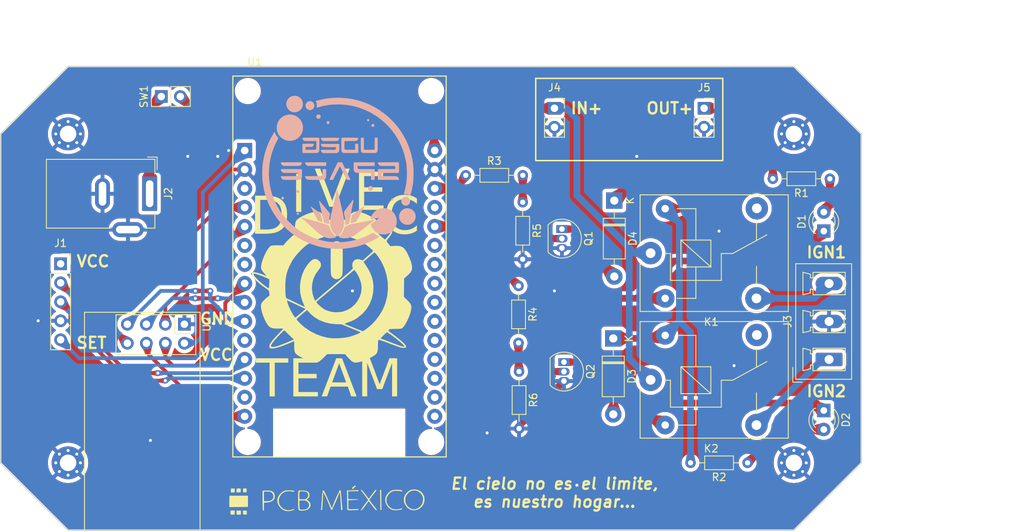
<source format=kicad_pcb>
(kicad_pcb (version 20221018) (generator pcbnew)
  (layers (0 "F.Cu" signal) (31 "B.Cu" signal) (34 "B.Paste" user) (35 "F.Paste" user) (36 "B.SilkS" user "B.Silkscreen") (37 "F.SilkS" user "F.Silkscreen") (38 "B.Mask" user) (39 "F.Mask" user) (44 "Edge.Cuts" user))
  (net 0 "")
  (net 3 "3.3")
  (net 7 "CSN")
  (net 8 "SCK")
  (net 9 "MISO")
  (net 12 "MOSI")
  (net 25 "GND")
  (net 26 "CE")
  (net 27 "IRQ")
  (net 28 "RX")
  (net 29 "TX")
  (net 30 "VCC")
  (net 31 "P1")
  (net 32 "P2")
  (net 33 "Net-(D1-K)")
  (net 34 "Net-(D1-A)")
  (net 35 "Net-(D2-K)")
  (net 36 "Net-(D2-A)")
  (net 37 "VIN")
  (net 38 "Net-(J2-Pad1)")
  (net 39 "Net-(Q1-B)")
  (net 40 "Net-(Q2-B)")
  (net 41 "IGN1")
  (net 42 "IGN2")
  (footprint "Connector_BarrelJack:BarrelJack_GCT_DCJ200-10-A_Horizontal" (layer "F.Cu") (at 114.9 57 -90)
    (fp_text reference "J2" (at 0 -2.5 90) (layer "F.SilkS"))
    (fp_text value "Jack-DC")
    (pad "1" thru_hole rect (at 0 0 270) (size 4.6 2) (drill oval 3.6 1) (layers "*.Cu" "*.Mask") (net 38 "Net-(J2-Pad1)"))
    (pad "2" thru_hole oval (at 0 6.3 270) (size 4.2 2) (drill oval 3.2 1) (layers "*.Cu" "*.Mask") (net 25 "GND"))
    (pad "3" thru_hole oval (at 4.8 2.9 270) (size 2 4.2) (drill oval 1 3.2) (layers "*.Cu" "*.Mask") (net 25 "GND"))
  )
  (footprint "Package_TO_SOT_THT:TO-92_Inline" (layer "F.Cu") (at 170.271113 79.521744 -90)
    (fp_text reference "Q2" (at 1.27 -3.56 90) (layer "F.SilkS"))
    (fp_text value "BC337")
    (pad "1" thru_hole rect (at 0 0 270) (size 1.05 1.5) (drill 0.75) (layers "*.Cu" "*.Mask") (net 35 "Net-(D2-K)"))
    (pad "2" thru_hole oval (at 1.27 0 270) (size 1.05 1.5) (drill 0.75) (layers "*.Cu" "*.Mask") (net 40 "Net-(Q2-B)"))
    (pad "3" thru_hole oval (at 2.54 0 270) (size 1.05 1.5) (drill 0.75) (layers "*.Cu" "*.Mask") (net 25 "GND"))
  )
  (footprint "MountingHole:MountingHole_2.2mm_M2_Pad_Via" (layer "F.Cu") (at 201 49)
    (fp_text reference "GNDSCREW2" hide)
    (fp_text value "Conn_01x01_Male")
    (pad "1" thru_hole circle (at -1.65 0) (size 0.7 0.7) (drill 0.4) (layers "*.Cu" "*.Mask") (net 25 "GND"))
    (pad "1" thru_hole circle (at -1.166726 -1.166726) (size 0.7 0.7) (drill 0.4) (layers "*.Cu" "*.Mask") (net 25 "GND"))
    (pad "1" thru_hole circle (at -1.166726 1.166726) (size 0.7 0.7) (drill 0.4) (layers "*.Cu" "*.Mask") (net 25 "GND"))
    (pad "1" thru_hole circle (at 0 -1.65) (size 0.7 0.7) (drill 0.4) (layers "*.Cu" "*.Mask") (net 25 "GND"))
    (pad "1" thru_hole circle (at 0 0) (size 4.4 4.4) (drill 2.2) (layers "*.Cu" "*.Mask") (net 25 "GND"))
    (pad "1" thru_hole circle (at 0 1.65) (size 0.7 0.7) (drill 0.4) (layers "*.Cu" "*.Mask") (net 25 "GND"))
    (pad "1" thru_hole circle (at 1.166726 -1.166726) (size 0.7 0.7) (drill 0.4) (layers "*.Cu" "*.Mask") (net 25 "GND"))
    (pad "1" thru_hole circle (at 1.166726 1.166726) (size 0.7 0.7) (drill 0.4) (layers "*.Cu" "*.Mask") (net 25 "GND"))
    (pad "1" thru_hole circle (at 1.65 0) (size 0.7 0.7) (drill 0.4) (layers "*.Cu" "*.Mask") (net 25 "GND"))
  )
  (footprint "Resistor_THT:R_Axial_DIN0204_L3.6mm_D1.6mm_P7.62mm_Horizontal" (layer "F.Cu") (at 164.271113 80.791744 -90)
    (fp_text reference "R6" (at 3.81 -1.92 90) (layer "F.SilkS"))
    (fp_text value "47k")
    (pad "1" thru_hole circle (at 0 0 270) (size 1.4 1.4) (drill 0.7) (layers "*.Cu" "*.Mask") (net 40 "Net-(Q2-B)"))
    (pad "2" thru_hole oval (at 7.62 0 270) (size 1.4 1.4) (drill 0.7) (layers "*.Cu" "*.Mask") (net 25 "GND"))
  )
  (footprint "RF_Module:nRF24L01_Breakout" (layer "F.Cu") (at 119.54 74.46 -90)
    (fp_text reference "U2" (at 0 -3 90) (layer "F.SilkS"))
    (fp_text value "NRF24L01_Breakout")
    (pad "1" thru_hole rect (at 0 0 270) (size 1.7 1.7) (drill 1) (layers "*.Cu" "*.Mask") (net 25 "GND"))
    (pad "2" thru_hole circle (at 2.54 0 270) (size 1.7 1.7) (drill 1) (layers "*.Cu" "*.Mask") (net 3 "3.3"))
    (pad "3" thru_hole circle (at 0 2.54 270) (size 1.7 1.7) (drill 1) (layers "*.Cu" "*.Mask") (net 26 "CE"))
    (pad "4" thru_hole circle (at 2.54 2.54 270) (size 1.7 1.7) (drill 1) (layers "*.Cu" "*.Mask") (net 7 "CSN"))
    (pad "5" thru_hole circle (at 0 5.08 270) (size 1.7 1.7) (drill 1) (layers "*.Cu" "*.Mask") (net 8 "SCK"))
    (pad "6" thru_hole circle (at 2.54 5.08 270) (size 1.7 1.7) (drill 1) (layers "*.Cu" "*.Mask") (net 12 "MOSI"))
    (pad "7" thru_hole circle (at 0 7.62 270) (size 1.7 1.7) (drill 1) (layers "*.Cu" "*.Mask") (net 9 "MISO"))
    (pad "8" thru_hole circle (at 2.54 7.62 270) (size 1.7 1.7) (drill 1) (layers "*.Cu" "*.Mask") (net 27 "IRQ"))
  )
  (footprint "LED_THT:LED_D3.0mm" (layer "F.Cu") (at 205 86 -90)
    (fp_text reference "D2" (at 1.27 -2.96 90) (layer "F.SilkS"))
    (fp_text value "LED")
    (pad "1" thru_hole rect (at 0 0 270) (size 1.8 1.8) (drill 0.9) (layers "*.Cu" "*.Mask") (net 35 "Net-(D2-K)"))
    (pad "2" thru_hole circle (at 2.54 0 270) (size 1.8 1.8) (drill 0.9) (layers "*.Cu" "*.Mask") (net 36 "Net-(D2-A)"))
  )
  (footprint "Resistor_THT:R_Axial_DIN0204_L3.6mm_D1.6mm_P7.62mm_Horizontal" (layer "F.Cu") (at 164.757984 58.141944 -90)
    (fp_text reference "R5" (at 3.81 -1.92 90) (layer "F.SilkS"))
    (fp_text value "47k")
    (pad "1" thru_hole circle (at 0 0 270) (size 1.4 1.4) (drill 0.7) (layers "*.Cu" "*.Mask") (net 39 "Net-(Q1-B)"))
    (pad "2" thru_hole oval (at 7.62 0 270) (size 1.4 1.4) (drill 0.7) (layers "*.Cu" "*.Mask") (net 25 "GND"))
  )
  (footprint "Diode_THT:D_DO-41_SOD81_P10.16mm_Horizontal" (layer "F.Cu") (at 176.863023 76.357189 -90)
    (fp_text reference "D3" (at 5.08 -2.47 90) (layer "F.SilkS"))
    (fp_text value "1N4007")
    (fp_text user "K" (at 0 -2.1 90) (layer "F.SilkS"))
    (pad "1" thru_hole rect (at 0 0 270) (size 2.2 2.2) (drill 1.1) (layers "*.Cu" "*.Mask") (net 37 "VIN"))
    (pad "2" thru_hole oval (at 10.16 0 270) (size 2.2 2.2) (drill 1.1) (layers "*.Cu" "*.Mask") (net 35 "Net-(D2-K)"))
  )
  (footprint "Relay_THT:Relay_SPDT_SANYOU_SRD_Series_Form_C" (layer "F.Cu") (at 181.85 81.9)
    (fp_text reference "K2" (at 8.1 9.2) (layer "F.SilkS"))
    (fp_text value "SANYOU_SRD_Form_C")
    (pad "1" thru_hole circle (at 0 0 90) (size 3 3) (drill 1.3) (layers "*.Cu" "*.Mask") (net 30 "VCC"))
    (pad "2" thru_hole circle (at 1.95 6.05 90) (size 2.5 2.5) (drill 1) (layers "*.Cu" "*.Mask") (net 35 "Net-(D2-K)"))
    (pad "3" thru_hole circle (at 14.15 6.05 90) (size 3 3) (drill 1.3) (layers "*.Cu" "*.Mask") (net 31 "P1"))
    (pad "4" thru_hole circle (at 14.2 -6 90) (size 3 3) (drill 1.3) (layers "*.Cu" "*.Mask"))
    (pad "5" thru_hole circle (at 1.95 -5.95 90) (size 2.5 2.5) (drill 1) (layers "*.Cu" "*.Mask") (net 37 "VIN"))
  )
  (footprint "Diode_THT:D_DO-41_SOD81_P10.16mm_Horizontal" (layer "F.Cu") (at 177 57.92 -90)
    (fp_text reference "D4" (at 5.08 -2.47 90) (layer "F.SilkS"))
    (fp_text value "1N4007")
    (fp_text user "K" (at 0 -2.1 90) (layer "F.SilkS"))
    (pad "1" thru_hole rect (at 0 0 270) (size 2.2 2.2) (drill 1.1) (layers "*.Cu" "*.Mask") (net 37 "VIN"))
    (pad "2" thru_hole oval (at 10.16 0 270) (size 2.2 2.2) (drill 1.1) (layers "*.Cu" "*.Mask") (net 33 "Net-(D1-K)"))
  )
  (footprint "Connector_PinSocket_2.54mm:PinSocket_1x02_P2.54mm_Vertical" (layer "F.Cu") (at 189 45.569906)
    (fp_text reference "J5" (at 0 -2.77) (layer "F.SilkS"))
    (fp_text value "Conn_01x02_Socket")
    (pad "1" thru_hole rect (at 0 0) (size 1.7 1.7) (drill 1) (layers "*.Cu" "*.Mask") (net 37 "VIN"))
    (pad "2" thru_hole oval (at 0 2.54) (size 1.7 1.7) (drill 1) (layers "*.Cu" "*.Mask") (net 25 "GND"))
  )
  (footprint "Package_TO_SOT_THT:TO-92_Inline" (layer "F.Cu") (at 170 61.73 -90)
    (fp_text reference "Q1" (at 1.27 -3.56 90) (layer "F.SilkS"))
    (fp_text value "BC337")
    (pad "1" thru_hole rect (at 0 0 270) (size 1.05 1.5) (drill 0.75) (layers "*.Cu" "*.Mask") (net 33 "Net-(D1-K)"))
    (pad "2" thru_hole oval (at 1.27 0 270) (size 1.05 1.5) (drill 0.75) (layers "*.Cu" "*.Mask") (net 39 "Net-(Q1-B)"))
    (pad "3" thru_hole oval (at 2.54 0 270) (size 1.05 1.5) (drill 0.75) (layers "*.Cu" "*.Mask") (net 25 "GND"))
  )
  (footprint "space:ESP32_DEVKIT_V1" (layer "F.Cu") (at 140.3 66.735)
    (fp_text reference "U1" (at -11.355 -27.36) (layer "F.SilkS"))
    (fp_text value "ESP32-DEVKIT-V1")
    (pad "" np_thru_hole circle (at -12.28 -23.475) (size 3 3) (drill 3) (layers "*.Cu" "*.Mask"))
    (pad "" np_thru_hole circle (at -12.28 23.475) (size 3 3) (drill 3) (layers "*.Cu" "*.Mask"))
    (pad "" np_thru_hole circle (at 12.23 -23.475) (size 3 3) (drill 3) (layers "*.Cu" "*.Mask"))
    (pad "" np_thru_hole circle (at 12.23 23.475) (size 3 3) (drill 3) (layers "*.Cu" "*.Mask"))
    (pad "1" thru_hole rect (at -12.7 -15.515) (size 2 2) (drill 1.02) (layers "*.Cu" "*.Mask") (net 3 "3.3"))
    (pad "2" thru_hole circle (at -12.7 -12.975) (size 2 2) (drill 1.02) (layers "*.Cu" "*.Mask") (net 25 "GND"))
    (pad "3" thru_hole circle (at -12.7 -10.435) (size 2 2) (drill 1.02) (layers "*.Cu" "*.Mask"))
    (pad "4" thru_hole circle (at -12.7 -7.895) (size 2 2) (drill 1.02) (layers "*.Cu" "*.Mask") (net 27 "IRQ"))
    (pad "5" thru_hole circle (at -12.7 -5.355) (size 2 2) (drill 1.02) (layers "*.Cu" "*.Mask") (net 26 "CE"))
    (pad "6" thru_hole circle (at -12.7 -2.815) (size 2 2) (drill 1.02) (layers "*.Cu" "*.Mask"))
    (pad "7" thru_hole circle (at -12.7 -0.275) (size 2 2) (drill 1.02) (layers "*.Cu" "*.Mask"))
    (pad "8" thru_hole circle (at -12.7 2.265) (size 2 2) (drill 1.02) (layers "*.Cu" "*.Mask") (net 7 "CSN"))
    (pad "9" thru_hole circle (at -12.7 4.805) (size 2 2) (drill 1.02) (layers "*.Cu" "*.Mask") (net 8 "SCK"))
    (pad "10" thru_hole circle (at -12.7 7.345) (size 2 2) (drill 1.02) (layers "*.Cu" "*.Mask") (net 9 "MISO"))
    (pad "11" thru_hole circle (at -12.7 9.885) (size 2 2) (drill 1.02) (layers "*.Cu" "*.Mask"))
    (pad "12" thru_hole circle (at -12.7 12.425) (size 2 2) (drill 1.02) (layers "*.Cu" "*.Mask") (net 28 "RX"))
    (pad "13" thru_hole circle (at -12.7 14.965) (size 2 2) (drill 1.02) (layers "*.Cu" "*.Mask") (net 29 "TX"))
    (pad "14" thru_hole circle (at -12.7 17.505) (size 2 2) (drill 1.02) (layers "*.Cu" "*.Mask"))
    (pad "15" thru_hole circle (at -12.7 20.045) (size 2 2) (drill 1.02) (layers "*.Cu" "*.Mask") (net 12 "MOSI"))
    (pad "16" thru_hole circle (at 12.7 20.045) (size 2 2) (drill 1.02) (layers "*.Cu" "*.Mask"))
    (pad "17" thru_hole circle (at 12.7 17.505) (size 2 2) (drill 1.02) (layers "*.Cu" "*.Mask"))
    (pad "18" thru_hole circle (at 12.7 14.965) (size 2 2) (drill 1.02) (layers "*.Cu" "*.Mask"))
    (pad "19" thru_hole circle (at 12.7 12.425) (size 2 2) (drill 1.02) (layers "*.Cu" "*.Mask"))
    (pad "20" thru_hole circle (at 12.7 9.885) (size 2 2) (drill 1.02) (layers "*.Cu" "*.Mask"))
    (pad "21" thru_hole circle (at 12.7 7.345) (size 2 2) (drill 1.02) (layers "*.Cu" "*.Mask"))
    (pad "22" thru_hole circle (at 12.7 4.805) (size 2 2) (drill 1.02) (layers "*.Cu" "*.Mask"))
    (pad "23" thru_hole circle (at 12.7 2.265) (size 2 2) (drill 1.02) (layers "*.Cu" "*.Mask"))
    (pad "24" thru_hole circle (at 12.7 -0.275) (size 2 2) (drill 1.02) (layers "*.Cu" "*.Mask"))
    (pad "25" thru_hole circle (at 12.7 -2.815) (size 2 2) (drill 1.02) (layers "*.Cu" "*.Mask"))
    (pad "26" thru_hole circle (at 12.7 -5.355) (size 2 2) (drill 1.02) (layers "*.Cu" "*.Mask") (net 42 "IGN2"))
    (pad "27" thru_hole circle (at 12.7 -7.895) (size 2 2) (drill 1.02) (layers "*.Cu" "*.Mask"))
    (pad "28" thru_hole circle (at 12.7 -10.435) (size 2 2) (drill 1.02) (layers "*.Cu" "*.Mask") (net 41 "IGN1"))
    (pad "29" thru_hole circle (at 12.7 -12.975) (size 2 2) (drill 1.02) (layers "*.Cu" "*.Mask") (net 25 "GND"))
    (pad "30" thru_hole circle (at 12.7 -15.515) (size 2 2) (drill 1.02) (layers "*.Cu" "*.Mask") (net 30 "VCC"))
    (zone (net 0) (net_name "") (layer "F.Cu") (connect_pads (clearance 0)) (min_thickness 0.01)
      (keepout (tracks not_allowed) (vias not_allowed) (pads not_allowed) (copperpour not_allowed) (footprints allowed))
      (fill (thermal_gap 0.508) (thermal_bridge_width 0.508))
      (polygon (pts (xy 131.39 85.72) (xy 149.08 85.72) (xy 149.08 92.21) (xy 131.39 92.21)))
    )
    (zone (net 0) (net_name "") (layer "B.Cu") (connect_pads (clearance 0)) (min_thickness 0.01)
      (keepout (tracks not_allowed) (vias not_allowed) (pads not_allowed) (copperpour not_allowed) (footprints allowed))
      (fill (thermal_gap 0.508) (thermal_bridge_width 0.508))
      (polygon (pts (xy 131.39 85.72) (xy 149.08 85.72) (xy 149.08 92.21) (xy 131.39 92.21)))
    )
  )
  (footprint "Connector_PinHeader_2.54mm:PinHeader_1x02_P2.54mm_Vertical" (layer "F.Cu") (at 116.46 44 90)
    (fp_text reference "SW1" (at 0 -2.33 90) (layer "F.SilkS"))
    (fp_text value "SW_DIP_x01")
    (pad "1" thru_hole rect (at 0 0 90) (size 1.7 1.7) (drill 1) (layers "*.Cu" "*.Mask") (net 38 "Net-(J2-Pad1)"))
    (pad "2" thru_hole oval (at 0 2.54 90) (size 1.7 1.7) (drill 1) (layers "*.Cu" "*.Mask") (net 30 "VCC"))
  )
  (footprint "Connector_PinSocket_2.54mm:PinSocket_1x02_P2.54mm_Vertical" (layer "F.Cu") (at 169 45.569906)
    (fp_text reference "J4" (at 0 -2.77) (layer "F.SilkS"))
    (fp_text value "Conn_01x02_Socket")
    (pad "1" thru_hole rect (at 0 0) (size 1.7 1.7) (drill 1) (layers "*.Cu" "*.Mask") (net 30 "VCC"))
    (pad "2" thru_hole oval (at 0 2.54) (size 1.7 1.7) (drill 1) (layers "*.Cu" "*.Mask") (net 25 "GND"))
  )
  (footprint "logos:DIVEC_LOGO" (layer "F.Cu") (at 139.454756 70.239531)
    (fp_text reference "G1" hide)
    (fp_text value "LOGO" hide)
    (fp_text user "V" (at -0.146933 -10.64293 unlocked) (layer "F.SilkS") (effects (font (size 5 5) (thickness 0.1)) (justify bottom)))
    (fp_text user "E" (at 4.946006 -10.232572 unlocked) (layer "F.SilkS") (effects (font (size 5 5) (thickness 0.1)) (justify bottom)))
    (fp_text user "I" (at -4.632304 -9.95277 unlocked) (layer "F.SilkS") (effects (font (size 5 5) (thickness 0.1)) (justify bottom)))
    (fp_text user "C" (at 9.10109 -7.045699 unlocked) (layer "F.SilkS") (effects (font (size 5 5) (thickness 0.1)) (justify bottom)))
    (fp_text user "TEAM" (at -0.555218 14.723428 unlocked) (layer "F.SilkS") (effects (font (size 5 5) (thickness 0.1)) (justify bottom)))
    (fp_text user "D" (at -8.459471 -7.032265 unlocked) (layer "F.SilkS") (effects (font (size 5 5) (thickness 0.1)) (justify bottom)))
  )
  (footprint "LED_THT:LED_D3.0mm" (layer "F.Cu") (at 205 62 90)
    (fp_text reference "D1" (at 1.27 -2.96 90) (layer "F.SilkS"))
    (fp_text value "LED")
    (pad "1" thru_hole rect (at 0 0 90) (size 1.8 1.8) (drill 0.9) (layers "*.Cu" "*.Mask") (net 33 "Net-(D1-K)"))
    (pad "2" thru_hole circle (at 2.54 0 90) (size 1.8 1.8) (drill 0.9) (layers "*.Cu" "*.Mask") (net 34 "Net-(D1-A)"))
  )
  (footprint "space:pcb-mexico" (layer "F.Cu") (at 138.43 97.79)
    (fp_text reference "G***" hide)
    (fp_text value "LOGO" hide)
  )
  (footprint "MountingHole:MountingHole_2.2mm_M2_Pad_Via" (layer "F.Cu") (at 104 49)
    (fp_text reference "GNDSCREW1" hide)
    (fp_text value "Conn_01x01_Male")
    (pad "1" thru_hole circle (at -1.65 0) (size 0.7 0.7) (drill 0.4) (layers "*.Cu" "*.Mask") (net 25 "GND"))
    (pad "1" thru_hole circle (at -1.166726 -1.166726) (size 0.7 0.7) (drill 0.4) (layers "*.Cu" "*.Mask") (net 25 "GND"))
    (pad "1" thru_hole circle (at -1.166726 1.166726) (size 0.7 0.7) (drill 0.4) (layers "*.Cu" "*.Mask") (net 25 "GND"))
    (pad "1" thru_hole circle (at 0 -1.65) (size 0.7 0.7) (drill 0.4) (layers "*.Cu" "*.Mask") (net 25 "GND"))
    (pad "1" thru_hole circle (at 0 0) (size 4.4 4.4) (drill 2.2) (layers "*.Cu" "*.Mask") (net 25 "GND"))
    (pad "1" thru_hole circle (at 0 1.65) (size 0.7 0.7) (drill 0.4) (layers "*.Cu" "*.Mask") (net 25 "GND"))
    (pad "1" thru_hole circle (at 1.166726 -1.166726) (size 0.7 0.7) (drill 0.4) (layers "*.Cu" "*.Mask") (net 25 "GND"))
    (pad "1" thru_hole circle (at 1.166726 1.166726) (size 0.7 0.7) (drill 0.4) (layers "*.Cu" "*.Mask") (net 25 "GND"))
    (pad "1" thru_hole circle (at 1.65 0) (size 0.7 0.7) (drill 0.4) (layers "*.Cu" "*.Mask") (net 25 "GND"))
  )
  (footprint "Resistor_THT:R_Axial_DIN0204_L3.6mm_D1.6mm_P7.62mm_Horizontal" (layer "F.Cu") (at 194.81 93 180)
    (fp_text reference "R2" (at 3.81 -1.92) (layer "F.SilkS"))
    (fp_text value "1.8k")
    (pad "1" thru_hole circle (at 0 0 180) (size 1.4 1.4) (drill 0.7) (layers "*.Cu" "*.Mask") (net 36 "Net-(D2-A)"))
    (pad "2" thru_hole oval (at 7.62 0 180) (size 1.4 1.4) (drill 0.7) (layers "*.Cu" "*.Mask") (net 37 "VIN"))
  )
  (footprint "Connector_Phoenix_MC_HighVoltage:PhoenixContact_MCV_1,5_3-G-5.08_1x03_P5.08mm_Vertical" (layer "F.Cu") (at 205.708434 79.17508 90)
    (fp_text reference "J3" (at 5.08 -5.55 90) (layer "F.SilkS"))
    (fp_text value "Conn_01x03_Socket")
    (pad "1" thru_hole roundrect (at 0 0 90) (size 1.8 3.6) (drill 1.2) (layers "*.Cu" "*.Mask") (roundrect_rratio 0.1388888889) (net 31 "P1"))
    (pad "2" thru_hole oval (at 5.08 0 90) (size 1.8 3.6) (drill 1.2) (layers "*.Cu" "*.Mask") (net 25 "GND"))
    (pad "3" thru_hole oval (at 10.16 0 90) (size 1.8 3.6) (drill 1.2) (layers "*.Cu" "*.Mask") (net 32 "P2"))
  )
  (footprint "Relay_THT:Relay_SPDT_SANYOU_SRD_Series_Form_C" (layer "F.Cu") (at 181.85 64.95)
    (fp_text reference "K1" (at 8.1 9.2) (layer "F.SilkS"))
    (fp_text value "SANYOU_SRD_Form_C")
    (pad "1" thru_hole circle (at 0 0 90) (size 3 3) (drill 1.3) (layers "*.Cu" "*.Mask") (net 30 "VCC"))
    (pad "2" thru_hole circle (at 1.95 6.05 90) (size 2.5 2.5) (drill 1) (layers "*.Cu" "*.Mask") (net 33 "Net-(D1-K)"))
    (pad "3" thru_hole circle (at 14.15 6.05 90) (size 3 3) (drill 1.3) (layers "*.Cu" "*.Mask") (net 32 "P2"))
    (pad "4" thru_hole circle (at 14.2 -6 90) (size 3 3) (drill 1.3) (layers "*.Cu" "*.Mask"))
    (pad "5" thru_hole circle (at 1.95 -5.95 90) (size 2.5 2.5) (drill 1) (layers "*.Cu" "*.Mask") (net 37 "VIN"))
  )
  (footprint "Resistor_THT:R_Axial_DIN0204_L3.6mm_D1.6mm_P7.62mm_Horizontal" (layer "F.Cu") (at 164.202033 69.332111 -90)
    (fp_text reference "R4" (at 3.81 -1.92 90) (layer "F.SilkS"))
    (fp_text value "3.3k")
    (pad "1" thru_hole circle (at 0 0 270) (size 1.4 1.4) (drill 0.7) (layers "*.Cu" "*.Mask") (net 42 "IGN2"))
    (pad "2" thru_hole oval (at 7.62 0 270) (size 1.4 1.4) (drill 0.7) (layers "*.Cu" "*.Mask") (net 40 "Net-(Q2-B)"))
  )
  (footprint "Resistor_THT:R_Axial_DIN0204_L3.6mm_D1.6mm_P7.62mm_Horizontal" (layer "F.Cu") (at 157.150965 54.535337)
    (fp_text reference "R3" (at 3.81 -1.92) (layer "F.SilkS"))
    (fp_text value "3.3k")
    (pad "1" thru_hole circle (at 0 0) (size 1.4 1.4) (drill 0.7) (layers "*.Cu" "*.Mask") (net 41 "IGN1"))
    (pad "2" thru_hole oval (at 7.62 0) (size 1.4 1.4) (drill 0.7) (layers "*.Cu" "*.Mask") (net 39 "Net-(Q1-B)"))
  )
  (footprint "Connector_PinSocket_2.54mm:PinSocket_1x05_P2.54mm_Vertical" (layer "F.Cu") (at 103 66.38)
    (fp_text reference "J1" (at 0 -2.77) (layer "F.SilkS"))
    (fp_text value "Conn_01x05_Socket")
    (pad "1" thru_hole rect (at 0 0) (size 1.7 1.7) (drill 1) (layers "*.Cu" "*.Mask"))
    (pad "2" thru_hole oval (at 0 2.54) (size 1.7 1.7) (drill 1) (layers "*.Cu" "*.Mask") (net 28 "RX"))
    (pad "3" thru_hole oval (at 0 5.08) (size 1.7 1.7) (drill 1) (layers "*.Cu" "*.Mask") (net 29 "TX"))
    (pad "4" thru_hole oval (at 0 7.62) (size 1.7 1.7) (drill 1) (layers "*.Cu" "*.Mask") (net 25 "GND"))
    (pad "5" thru_hole oval (at 0 10.16) (size 1.7 1.7) (drill 1) (layers "*.Cu" "*.Mask") (net 3 "3.3"))
  )
  (footprint "MountingHole:MountingHole_2.2mm_M2_Pad_Via" (layer "F.Cu") (at 104 93)
    (fp_text reference "GNDSCREW3" hide)
    (fp_text value "Conn_01x01_Male")
    (pad "1" thru_hole circle (at -1.65 0) (size 0.7 0.7) (drill 0.4) (layers "*.Cu" "*.Mask") (net 25 "GND"))
    (pad "1" thru_hole circle (at -1.166726 -1.166726) (size 0.7 0.7) (drill 0.4) (layers "*.Cu" "*.Mask") (net 25 "GND"))
    (pad "1" thru_hole circle (at -1.166726 1.166726) (size 0.7 0.7) (drill 0.4) (layers "*.Cu" "*.Mask") (net 25 "GND"))
    (pad "1" thru_hole circle (at 0 -1.65) (size 0.7 0.7) (drill 0.4) (layers "*.Cu" "*.Mask") (net 25 "GND"))
    (pad "1" thru_hole circle (at 0 0) (size 4.4 4.4) (drill 2.2) (layers "*.Cu" "*.Mask") (net 25 "GND"))
    (pad "1" thru_hole circle (at 0 1.65) (size 0.7 0.7) (drill 0.4) (layers "*.Cu" "*.Mask") (net 25 "GND"))
    (pad "1" thru_hole circle (at 1.166726 -1.166726) (size 0.7 0.7) (drill 0.4) (layers "*.Cu" "*.Mask") (net 25 "GND"))
    (pad "1" thru_hole circle (at 1.166726 1.166726) (size 0.7 0.7) (drill 0.4) (layers "*.Cu" "*.Mask") (net 25 "GND"))
    (pad "1" thru_hole circle (at 1.65 0) (size 0.7 0.7) (drill 0.4) (layers "*.Cu" "*.Mask") (net 25 "GND"))
  )
  (footprint "MountingHole:MountingHole_2.2mm_M2_Pad_Via" (layer "F.Cu") (at 201 93)
    (fp_text reference "GNDSCREW4" hide)
    (fp_text value "Conn_01x01_Male")
    (pad "1" thru_hole circle (at -1.65 0) (size 0.7 0.7) (drill 0.4) (layers "*.Cu" "*.Mask") (net 25 "GND"))
    (pad "1" thru_hole circle (at -1.166726 -1.166726) (size 0.7 0.7) (drill 0.4) (layers "*.Cu" "*.Mask") (net 25 "GND"))
    (pad "1" thru_hole circle (at -1.166726 1.166726) (size 0.7 0.7) (drill 0.4) (layers "*.Cu" "*.Mask") (net 25 "GND"))
    (pad "1" thru_hole circle (at 0 -1.65) (size 0.7 0.7) (drill 0.4) (layers "*.Cu" "*.Mask") (net 25 "GND"))
    (pad "1" thru_hole circle (at 0 0) (size 4.4 4.4) (drill 2.2) (layers "*.Cu" "*.Mask") (net 25 "GND"))
    (pad "1" thru_hole circle (at 0 1.65) (size 0.7 0.7) (drill 0.4) (layers "*.Cu" "*.Mask") (net 25 "GND"))
    (pad "1" thru_hole circle (at 1.166726 -1.166726) (size 0.7 0.7) (drill 0.4) (layers "*.Cu" "*.Mask") (net 25 "GND"))
    (pad "1" thru_hole circle (at 1.166726 1.166726) (size 0.7 0.7) (drill 0.4) (layers "*.Cu" "*.Mask") (net 25 "GND"))
    (pad "1" thru_hole circle (at 1.65 0) (size 0.7 0.7) (drill 0.4) (layers "*.Cu" "*.Mask") (net 25 "GND"))
  )
  (footprint "Resistor_THT:R_Axial_DIN0204_L3.6mm_D1.6mm_P7.62mm_Horizontal" (layer "F.Cu") (at 205.81 55 180)
    (fp_text reference "R1" (at 3.81 -1.92) (layer "F.SilkS"))
    (fp_text value "1.8k")
    (pad "1" thru_hole circle (at 0 0 180) (size 1.4 1.4) (drill 0.7) (layers "*.Cu" "*.Mask") (net 34 "Net-(D1-A)"))
    (pad "2" thru_hole oval (at 7.62 0 180) (size 1.4 1.4) (drill 0.7) (layers "*.Cu" "*.Mask") (net 37 "VIN"))
  )
  (footprint "logos:SPACE" (layer "B.Cu") (at 140 54 180)
    (fp_text reference "G2" hide)
    (fp_text value "LOGO" hide)
  )
  (gr_rect (start 166.5 41.569906) (end 191.5 52.569906) (stroke (width 0.2)) (fill none) (layer "F.SilkS"))
  (gr_poly (pts (xy 95 49) (xy 104 40) (xy 201 40) (xy 210 49) (xy 210 93) (xy 201 102) (xy 104 102) (xy 95 93)) (stroke (width 0.2)) (fill none) (layer "Edge.Cuts"))
  (gr_text "IGN1" (at 202.539388 65.726758) (layer "F.SilkS") (effects (font (size 1.5 1.5) (thickness 0.3) bold) (justify left bottom)))
  (gr_text "SET" (at 104.970901 77.827024) (layer "F.SilkS") (effects (font (size 1.5 1.5) (thickness 0.3) bold) (justify left bottom)))
  (gr_text "IGN2" (at 202.539388 84.30376) (layer "F.SilkS") (effects (font (size 1.5 1.5) (thickness 0.3) bold) (justify left bottom)))
  (gr_text "IN+" (at 171.02271 46.438609) (layer "F.SilkS") (effects (font (size 1.5 1.5) (thickness 0.3) bold) (justify left bottom)))
  (gr_text "OUT+" (at 181.139104 46.457772) (layer "F.SilkS") (effects (font (size 1.5 1.5) (thickness 0.3) bold) (justify left bottom)))
  (gr_text "VCC" (at 105 66.92) (layer "F.SilkS") (effects (font (size 1.5 1.5) (thickness 0.3) bold) (justify left bottom)))
  (gr_text "El cielo no es el limite,\nes nuestro hogar..." (at 169 97) (layer "F.SilkS") (effects (font (size 1.5 1.5) (thickness 0.3) italic)))
  (gr_text "GND\n\nVCC" (at 121.471255 79.425833) (layer "F.SilkS") (effects (font (size 1.5 1.5) (thickness 0.3) bold) (justify left bottom)))
  (segment (start 122 56.82) (end 122 76) (width 0.5) (layer "B.Cu") (net 3))
  (segment (start 122 76) (end 121 77) (width 0.5) (layer "B.Cu") (net 3))
  (segment (start 127.6 51.22) (end 122 56.82) (width 0.5) (layer "B.Cu") (net 3))
  (segment (start 103 76.54) (end 105.46 79) (width 0.5) (layer "B.Cu") (net 3))
  (segment (start 121 79) (end 122 78) (width 0.5) (layer "B.Cu") (net 3))
  (segment (start 122 78) (end 122 76) (width 0.5) (layer "B.Cu") (net 3))
  (segment (start 105.46 79) (end 121 79) (width 0.5) (layer "B.Cu") (net 3))
  (segment (start 121 77) (end 119.54 77) (width 0.5) (layer "B.Cu") (net 3))
  (segment (start 125 71.6) (end 127.6 69) (width 0.5) (layer "F.Cu") (net 7))
  (segment (start 117 77) (end 117 79) (width 0.5) (layer "F.Cu") (net 7))
  (segment (start 117 79) (end 118 80) (width 0.5) (layer "F.Cu") (net 7))
  (segment (start 125 76) (end 125 71.6) (width 0.5) (layer "F.Cu") (net 7))
  (segment (start 121 80) (end 125 76) (width 0.5) (layer "F.Cu") (net 7))
  (segment (start 118 80) (end 121 80) (width 0.5) (layer "F.Cu") (net 7))
  (segment (start 121 71) (end 124 71) (width 0.5) (layer "F.Cu") (net 8))
  (via (at 121 71) (size 0.8) (drill 0.4) (layers "F.Cu" "B.Cu") (net 8))
  (via (at 124 71) (size 0.8) (drill 0.4) (layers "F.Cu" "B.Cu") (net 8))
  (segment (start 124 71) (end 127.06 71) (width 0.5) (layer "B.Cu") (net 8))
  (segment (start 114.46 74.46) (end 117.92 71) (width 0.5) (layer "B.Cu") (net 8))
  (segment (start 117.92 71) (end 121 71) (width 0.5) (layer "B.Cu") (net 8))
  (segment (start 127.06 71) (end 127.6 71.54) (width 0.5) (layer "B.Cu") (net 8))
  (segment (start 121 70) (end 123 70) (width 0.5) (layer "F.Cu") (net 9))
  (via (at 123 70) (size 0.8) (drill 0.4) (layers "F.Cu" "B.Cu") (net 9))
  (via (at 121 70) (size 0.8) (drill 0.4) (layers "F.Cu" "B.Cu") (net 9))
  (segment (start 123 71.202082) (end 125.877918 74.08) (width 0.5) (layer "B.Cu") (net 9))
  (segment (start 116.38 70) (end 121 70) (width 0.5) (layer "B.Cu") (net 9))
  (segment (start 123 70) (end 123 71.202082) (width 0.5) (layer "B.Cu") (net 9))
  (segment (start 111.92 74.46) (end 116.38 70) (width 0.5) (layer "B.Cu") (net 9))
  (segment (start 125.877918 74.08) (end 127.6 74.08) (width 0.5) (layer "B.Cu") (net 9))
  (segment (start 123.037919 86.78) (end 127.6 86.78) (width 0.5) (layer "F.Cu") (net 12))
  (segment (start 114.46 78.202081) (end 123.037919 86.78) (width 0.5) (layer "F.Cu") (net 12))
  (segment (start 114.46 77) (end 114.46 78.202081) (width 0.5) (layer "F.Cu") (net 12))
  (segment (start 125.76 53.76) (end 124 52) (width 0.5) (layer "F.Cu") (net 25))
  (segment (start 103 74) (end 100 74) (width 0.5) (layer "F.Cu") (net 25))
  (segment (start 164.271113 88.061744) (end 170.271113 82.061744) (width 0.9) (layer "F.Cu") (net 25))
  (segment (start 127.6 53.76) (end 125.76 53.76) (width 0.5) (layer "F.Cu") (net 25))
  (segment (start 119.54 74.46) (end 123.328185 74.46) (width 0.5) (layer "F.Cu") (net 25))
  (segment (start 164.271113 88.411744) (end 164.271113 88.061744) (width 0.9) (layer "F.Cu") (net 25))
  (segment (start 123.328185 74.46) (end 123.422442 74.365743) (width 0.5) (layer "F.Cu") (net 25))
  (via (at 123.422442 74.365743) (size 0.8) (drill 0.4) (layers "F.Cu" "B.Cu") (net 25))
  (via (at 193 80) (size 0.8) (drill 0.4) (layers "F.Cu" "B.Cu") (net 25))
  (via (at 142 70) (size 0.8) (drill 0.4) (layers "F.Cu" "B.Cu") (net 25))
  (via (at 180 52) (size 0.8) (drill 0.4) (layers "F.Cu" "B.Cu") (net 25))
  (via (at 160 89) (size 0.8) (drill 0.4) (layers "F.Cu" "B.Cu") (net 25))
  (via (at 120 52) (size 0.8) (drill 0.4) (layers "F.Cu" "B.Cu") (net 25))
  (via (at 169 70) (size 0.8) (drill 0.4) (layers "F.Cu" "B.Cu") (net 25))
  (via (at 115 90) (size 0.8) (drill 0.4) (layers "F.Cu" "B.Cu") (net 25))
  (via (at 124 52) (size 0.8) (drill 0.4) (layers "F.Cu" "B.Cu") (net 25))
  (via (at 100 74) (size 0.8) (drill 0.4) (layers "F.Cu" "B.Cu") (net 25))
  (via (at 191 62) (size 0.8) (drill 0.4) (layers "F.Cu" "B.Cu") (net 25))
  (via (at 172 96) (size 0.8) (drill 0.4) (layers "F.Cu" "B.Cu") (net 25))
  (segment (start 117 71.98) (end 127.6 61.38) (width 0.5) (layer "F.Cu") (net 26))
  (segment (start 117 74.46) (end 117 71.98) (width 0.5) (layer "F.Cu") (net 26))
  (segment (start 110 75.08) (end 110 73) (width 0.5) (layer "F.Cu") (net 27))
  (segment (start 110 73) (end 124.16 58.84) (width 0.5) (layer "F.Cu") (net 27))
  (segment (start 111.92 77) (end 110 75.08) (width 0.5) (layer "F.Cu") (net 27))
  (segment (start 124.16 58.84) (end 127.6 58.84) (width 0.5) (layer "F.Cu") (net 27))
  (segment (start 103 69.06995) (end 109 75.06995) (width 0.5) (layer "F.Cu") (net 28))
  (segment (start 109 78) (end 112 81) (width 0.5) (layer "F.Cu") (net 28))
  (segment (start 109 75.06995) (end 109 78) (width 0.5) (layer "F.Cu") (net 28))
  (segment (start 112 81) (end 116 81) (width 0.5) (layer "F.Cu") (net 28))
  (via (at 116 81) (size 0.8) (drill 0.4) (layers "F.Cu" "B.Cu") (net 28))
  (segment (start 116 81) (end 125.76 81) (width 0.5) (layer "B.Cu") (net 28))
  (segment (start 125.76 81) (end 127.6 79.16) (width 0.5) (layer "B.Cu") (net 28))
  (segment (start 104.3 72.76) (end 104.3 74.3) (width 0.5) (layer "F.Cu") (net 29))
  (segment (start 104.3 74.3) (end 112 82) (width 0.5) (layer "F.Cu") (net 29))
  (segment (start 103 71.46) (end 104.3 72.76) (width 0.5) (layer "F.Cu") (net 29))
  (segment (start 112 82) (end 117 82) (width 0.5) (layer "F.Cu") (net 29))
  (via (at 117 82) (size 0.8) (drill 0.4) (layers "F.Cu" "B.Cu") (net 29))
  (segment (start 117 82) (end 117.3 81.7) (width 0.5) (layer "B.Cu") (net 29))
  (segment (start 117.3 81.7) (end 127.6 81.7) (width 0.5) (layer "B.Cu") (net 29))
  (segment (start 153 49.569906) (end 153 51.22) (width 0.9) (layer "F.Cu") (net 30))
  (segment (start 149 45.569906) (end 153 49.569906) (width 0.9) (layer "F.Cu") (net 30))
  (segment (start 120.569906 45.569906) (end 149 45.569906) (width 0.9) (layer "F.Cu") (net 30))
  (segment (start 149 45.569906) (end 169 45.569906) (width 0.9) (layer "F.Cu") (net 30))
  (segment (start 119 44) (end 120.569906 45.569906) (width 0.9) (layer "F.Cu") (net 30))
  (segment (start 179 64.22132) (end 178.38934 63.61066) (width 0.9) (layer "B.Cu") (net 30))
  (segment (start 172 47) (end 170.569906 45.569906) (width 0.9) (layer "B.Cu") (net 30))
  (segment (start 181.85 81.9) (end 179 79.05) (width 0.9) (layer "B.Cu") (net 30))
  (segment (start 181.85 64.95) (end 179.72868 64.95) (width 0.9) (layer "B.Cu") (net 30))
  (segment (start 170.569906 45.569906) (end 169 45.569906) (width 0.9) (layer "B.Cu") (net 30))
  (segment (start 178.38934 63.61066) (end 172 57.22132) (width 0.9) (layer "B.Cu") (net 30))
  (segment (start 172 57.22132) (end 172 47) (width 0.9) (layer "B.Cu") (net 30))
  (segment (start 179.72868 64.95) (end 178.38934 63.61066) (width 0.9) (layer "B.Cu") (net 30))
  (segment (start 179 79.05) (end 179 64.22132) (width 0.9) (layer "B.Cu") (net 30))
  (segment (start 196 87.95) (end 204.77492 79.17508) (width 0.9) (layer "B.Cu") (net 31))
  (segment (start 196 71) (end 203.723514 71) (width 0.9) (layer "B.Cu") (net 32))
  (segment (start 203.723514 71) (end 205.708434 69.01508) (width 0.9) (layer "B.Cu") (net 32))
  (segment (start 176 71) (end 174.455878 69.455878) (width 0.9) (layer "F.Cu") (net 33))
  (segment (start 174.46 64.5) (end 174.46 65.54) (width 0.9) (layer "F.Cu") (net 33))
  (segment (start 170 61.73) (end 171.69 61.73) (width 0.9) (layer "F.Cu") (net 33))
  (segment (start 171.69 61.73) (end 174.46 64.5) (width 0.9) (layer "F.Cu") (net 33))
  (segment (start 183.8 71) (end 180 71) (width 0.9) (layer "F.Cu") (net 33))
  (segment (start 180 71) (end 176 71) (width 0.9) (layer "F.Cu") (net 33))
  (segment (start 174.455878 65.544122) (end 174.46 65.54) (width 0.9) (layer "F.Cu") (net 33))
  (segment (start 174.455878 69.455878) (end 174.455878 65.544122) (width 0.9) (layer "F.Cu") (net 33))
  (segment (start 185 66) (end 180 71) (width 0.9) (layer "F.Cu") (net 33))
  (segment (start 201 66) (end 185 66) (width 0.9) (layer "F.Cu") (net 33))
  (segment (start 205 62) (end 201 66) (width 0.9) (layer "F.Cu") (net 33))
  (segment (start 174.46 65.54) (end 177 68.08) (width 0.9) (layer "F.Cu") (net 33))
  (segment (start 205.81 58.65) (end 205 59.46) (width 0.9) (layer "F.Cu") (net 34))
  (segment (start 205.81 55) (end 205.81 58.65) (width 0.9) (layer "F.Cu") (net 34))
  (segment (start 175.699684 83.300316) (end 176.863023 84.463654) (width 0.9) (layer "F.Cu") (net 35))
  (segment (start 204 85) (end 180 85) (width 0.9) (layer "F.Cu") (net 35))
  (segment (start 176.863023 84.463654) (end 176.863023 86.517189) (width 0.9) (layer "F.Cu") (net 35))
  (segment (start 178.300316 83.300316) (end 175.699684 83.300316) (width 0.9) (layer "F.Cu") (net 35))
  (segment (start 171.921113 79.521744) (end 175.699684 83.300316) (width 0.9) (layer "F.Cu") (net 35))
  (segment (start 178.300316 83.300316) (end 182.95 87.95) (width 0.9) (layer "F.Cu") (net 35))
  (segment (start 183.8 87.95) (end 182.95 87.95) (width 0.9) (layer "F.Cu") (net 35))
  (segment (start 205 86) (end 204 85) (width 0.9) (layer "F.Cu") (net 35))
  (segment (start 170.271113 79.521744) (end 171.921113 79.521744) (width 0.9) (layer "F.Cu") (net 35))
  (segment (start 205 88.54) (end 199.27 88.54) (width 0.9) (layer "F.Cu") (net 36))
  (segment (start 199.27 88.54) (end 194.81 93) (width 0.9) (layer "F.Cu") (net 36))
  (segment (start 183.8 59) (end 186 59) (width 0.9) (layer "F.Cu") (net 37))
  (segment (start 195.5 49.5) (end 198.19 52.19) (width 0.9) (layer "F.Cu") (net 37))
  (segment (start 189 45.569906) (end 191.569906 45.569906) (width 0.9) (layer "F.Cu") (net 37))
  (segment (start 191.569906 45.569906) (end 195.5 49.5) (width 0.9) (layer "F.Cu") (net 37))
  (segment (start 186 59) (end 195.5 49.5) (width 0.9) (layer "F.Cu") (net 37))
  (segment (start 189 56) (end 178.92 56) (width 0.9) (layer "F.Cu") (net 37))
  (segment (start 198.19 52.19) (end 198.19 55) (width 0.9) (layer "F.Cu") (net 37))
  (segment (start 176.863023 76.357189) (end 183.392811 76.357189) (width 0.9) (layer "F.Cu") (net 37))
  (segment (start 178.92 56) (end 177 57.92) (width 0.9) (layer "F.Cu") (net 37))
  (segment (start 185.7 74.05) (end 183.8 75.95) (width 0.9) (layer "B.Cu") (net 37))
  (segment (start 185.7 60.9) (end 185.7 74.05) (width 0.9) (layer "B.Cu") (net 37))
  (segment (start 187.19 75.54) (end 185.7 74.05) (width 0.9) (layer "B.Cu") (net 37))
  (segment (start 187.19 93) (end 187.19 75.54) (width 0.9) (layer "B.Cu") (net 37))
  (segment (start 183.8 59) (end 185.7 60.9) (width 0.9) (layer "B.Cu") (net 37))
  (segment (start 114.9 57) (end 114.9 45.56) (width 0.9) (layer "F.Cu") (net 38))
  (segment (start 114.9 45.56) (end 116.46 44) (width 0.9) (layer "F.Cu") (net 38))
  (segment (start 165 56) (end 164.770965 56) (width 0.9) (layer "F.Cu") (net 39))
  (segment (start 164.770965 56) (end 164.770965 58.128963) (width 0.9) (layer "F.Cu") (net 39))
  (segment (start 167 61.305) (end 167 58) (width 0.9) (layer "F.Cu") (net 39))
  (segment (start 164.770965 54.535337) (end 164.770965 56) (width 0.9) (layer "F.Cu") (net 39))
  (segment (start 168.695 63) (end 167 61.305) (width 0.9) (layer "F.Cu") (net 39))
  (segment (start 167 58) (end 165 56) (width 0.9) (layer "F.Cu") (net 39))
  (segment (start 170 63) (end 168.695 63) (width 0.9) (layer "F.Cu") (net 39))
  (segment (start 164.202033 76.952111) (end 164.202033 79) (width 0.9) (layer "F.Cu") (net 40))
  (segment (start 170.271113 80.791744) (end 167.791744 80.791744) (width 0.9) (layer "F.Cu") (net 40))
  (segment (start 166 79) (end 164.202033 79) (width 0.9) (layer "F.Cu") (net 40))
  (segment (start 167.791744 80.791744) (end 166 79) (width 0.9) (layer "F.Cu") (net 40))
  (segment (start 164.202033 79) (end 164.202033 80.722664) (width 0.9) (layer "F.Cu") (net 40))
  (segment (start 157.150965 54.849035) (end 155.7 56.3) (width 0.9) (layer "F.Cu") (net 41))
  (segment (start 155.7 56.3) (end 153 56.3) (width 0.9) (layer "F.Cu") (net 41))
  (segment (start 157.150965 54.535337) (end 157.150965 54.849035) (width 0.9) (layer "F.Cu") (net 41))
  (segment (start 156.249922 61.38) (end 164.202033 69.332111) (width 0.9) (layer "F.Cu") (net 42))
  (segment (start 153 61.38) (end 156.249922 61.38) (width 0.9) (layer "F.Cu") (net 42))
  (zone (net 25) (net_name "GND") (layers "F&B.Cu") (connect_pads (clearance 0.5)) (min_thickness 0.25) (fill yes (thermal_gap 0.5) (thermal_bridge_width 0.5))
    (polygon (pts (xy 104 40) (xy 201 40) (xy 210 49) (xy 210 93) (xy 201 102) (xy 104 102) (xy 95 93) (xy 95 49)))
  )
)
</source>
